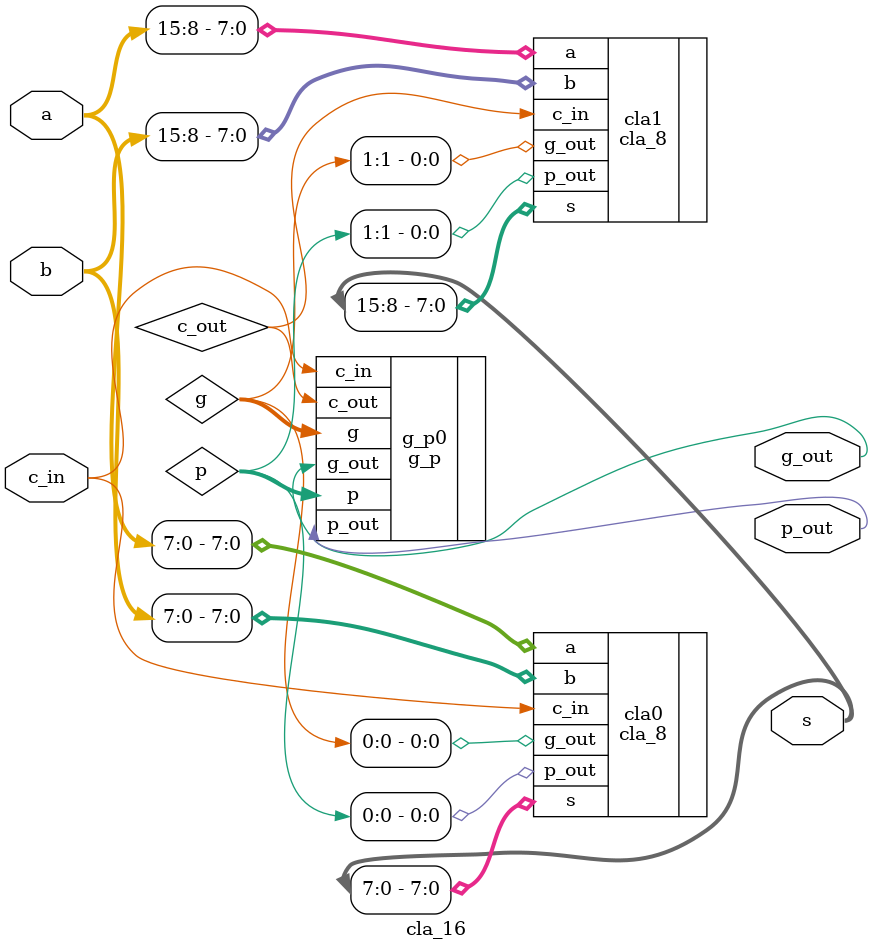
<source format=v>
module cla_16(a, b, c_in, g_out, p_out, s);
	/*********************
	 *	16-bit先行进位Add
	 *input:
	 *	a[15:0]	: cla_16 的第一个16-bit操作数
	 *	b[15:0]	: cla_16 的第二个16-bit操作数
	 *	c_in	: cla_16 的来自下一位的进位
	 *output:
	 *	g_out	: cla_16 的进位产生函数
	 *	p_out	: cla_16 的进位传递函数
	 *	s[15:0]	: cla_16 的加法结果
	 *********************/
	input [15:0] a, b;
	input c_in;
	output g_out, p_out;
	output [15:0] s;
	
	wire [1:0] g, p;
	wire c_out;
	cla_8 cla0(
		.a(a[7:0]), 
		.b(b[7:0]), 
		.c_in(c_in), 
		.g_out(g[0]), 
		.p_out(p[0]), 
		.s(s[7:0])
	);
	cla_8 cla1(
		.a(a[15:8]), 
		.b(b[15:8]), 
		.c_in(c_out), 
		.g_out(g[1]), 
		.p_out(p[1]), 
		.s(s[15:8])
	);
	g_p g_p0(
		.g(g), 
		.p(p), 
		.c_in(c_in), 
		.g_out(g_out), 
		.p_out(p_out), 
		.c_out(c_out)
	);
endmodule
</source>
